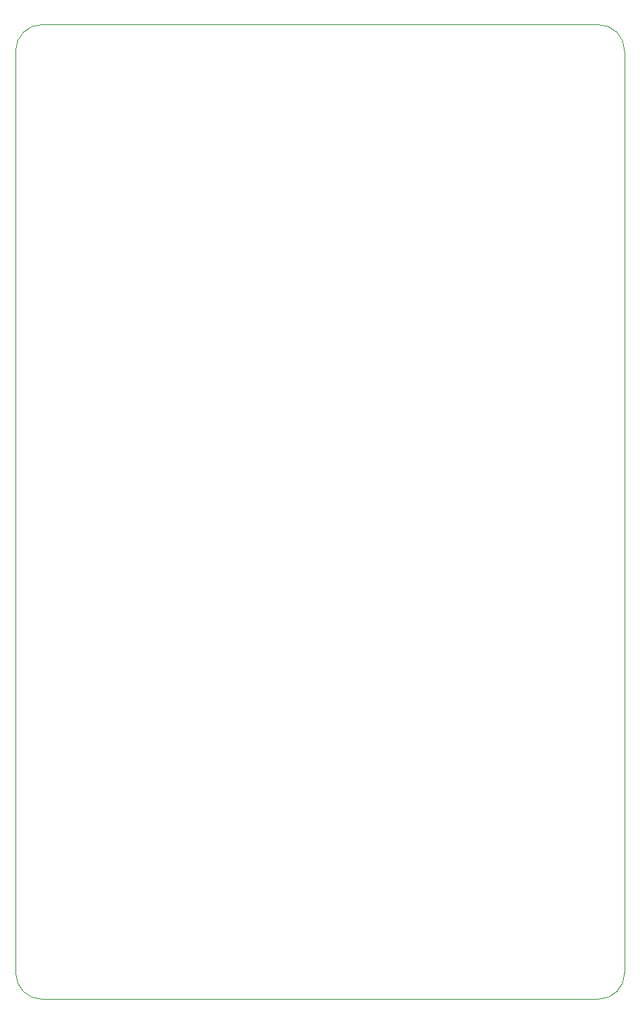
<source format=gbr>
%TF.GenerationSoftware,KiCad,Pcbnew,9.0.1*%
%TF.CreationDate,2025-09-16T14:58:38+08:00*%
%TF.ProjectId,BitaxeGT,42697461-7865-4475-942e-6b696361645f,v800*%
%TF.SameCoordinates,Original*%
%TF.FileFunction,Profile,NP*%
%FSLAX46Y46*%
G04 Gerber Fmt 4.6, Leading zero omitted, Abs format (unit mm)*
G04 Created by KiCad (PCBNEW 9.0.1) date 2025-09-16 14:58:38*
%MOMM*%
%LPD*%
G01*
G04 APERTURE LIST*
%TA.AperFunction,Profile*%
%ADD10C,0.100000*%
%TD*%
G04 APERTURE END LIST*
D10*
X99000000Y-38000000D02*
X163000000Y-38000000D01*
X163000000Y-38000000D02*
G75*
G02*
X166000000Y-41000000I0J-3000000D01*
G01*
X99000000Y-150000000D02*
G75*
G02*
X96000000Y-147000000I0J3000000D01*
G01*
X96000000Y-41000000D02*
G75*
G02*
X99000000Y-38000000I3000000J0D01*
G01*
X166000000Y-41000000D02*
X166000000Y-147000000D01*
X166000000Y-147000000D02*
G75*
G02*
X163000000Y-150000000I-3000000J0D01*
G01*
X96000000Y-147000000D02*
X96000000Y-41000000D01*
X99000000Y-150000000D02*
X163000000Y-150000000D01*
M02*

</source>
